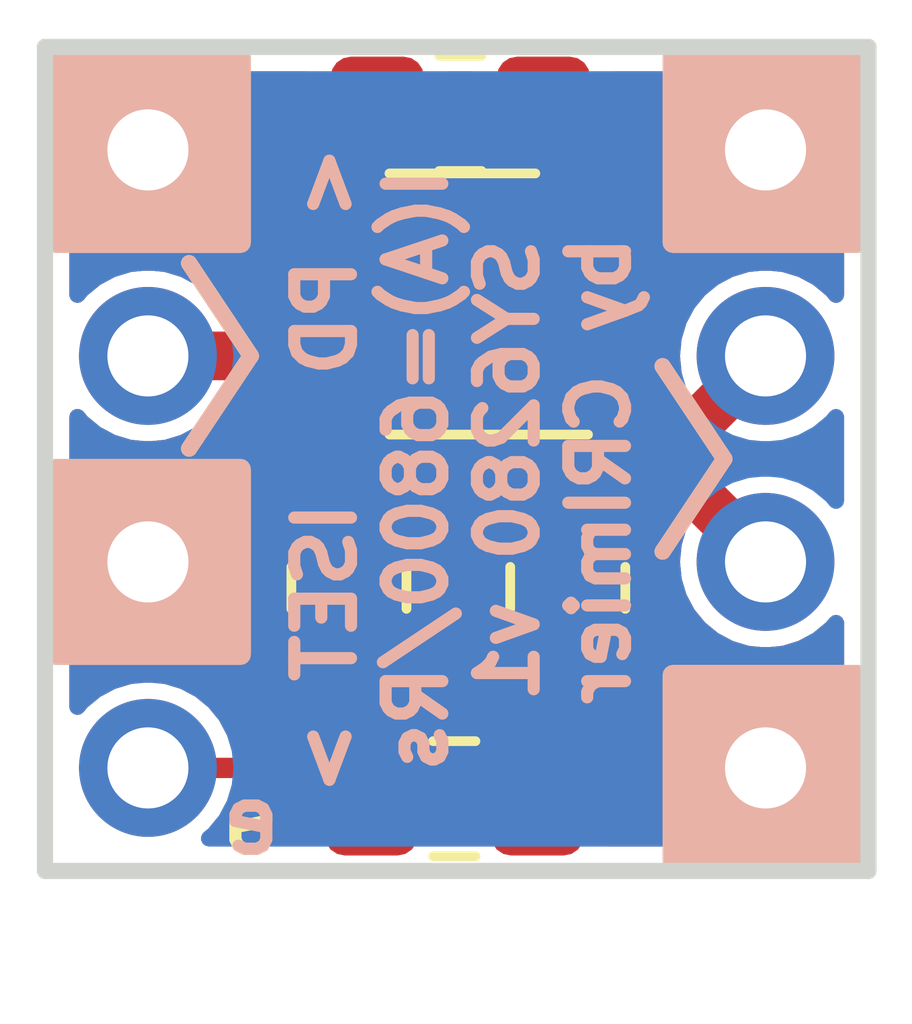
<source format=kicad_pcb>
(kicad_pcb (version 20171130) (host pcbnew "(5.1.2)-1")

  (general
    (thickness 1.6)
    (drawings 15)
    (tracks 26)
    (zones 0)
    (modules 8)
    (nets 6)
  )

  (page A4)
  (layers
    (0 F.Cu signal)
    (31 B.Cu signal)
    (32 B.Adhes user)
    (33 F.Adhes user)
    (34 B.Paste user)
    (35 F.Paste user)
    (36 B.SilkS user)
    (37 F.SilkS user)
    (38 B.Mask user)
    (39 F.Mask user)
    (40 Dwgs.User user)
    (41 Cmts.User user)
    (42 Eco1.User user)
    (43 Eco2.User user)
    (44 Edge.Cuts user)
    (45 Margin user)
    (46 B.CrtYd user)
    (47 F.CrtYd user)
    (48 B.Fab user)
    (49 F.Fab user)
  )

  (setup
    (last_trace_width 0.25)
    (user_trace_width 0.6)
    (trace_clearance 0.2)
    (zone_clearance 0.508)
    (zone_45_only no)
    (trace_min 0.2)
    (via_size 0.8)
    (via_drill 0.4)
    (via_min_size 0.4)
    (via_min_drill 0.3)
    (uvia_size 0.3)
    (uvia_drill 0.1)
    (uvias_allowed no)
    (uvia_min_size 0.2)
    (uvia_min_drill 0.1)
    (edge_width 0.15)
    (segment_width 0.2)
    (pcb_text_width 0.3)
    (pcb_text_size 1.5 1.5)
    (mod_edge_width 0.15)
    (mod_text_size 1 1)
    (mod_text_width 0.15)
    (pad_size 1.524 1.524)
    (pad_drill 0.762)
    (pad_to_mask_clearance 0.051)
    (solder_mask_min_width 0.25)
    (aux_axis_origin 118.11 74.93)
    (visible_elements 7FFFFFFF)
    (pcbplotparams
      (layerselection 0x010f0_ffffffff)
      (usegerberextensions true)
      (usegerberattributes false)
      (usegerberadvancedattributes false)
      (creategerberjobfile false)
      (excludeedgelayer true)
      (linewidth 0.100000)
      (plotframeref false)
      (viasonmask false)
      (mode 1)
      (useauxorigin true)
      (hpglpennumber 1)
      (hpglpenspeed 20)
      (hpglpendiameter 15.000000)
      (psnegative false)
      (psa4output false)
      (plotreference true)
      (plotvalue true)
      (plotinvisibletext false)
      (padsonsilk false)
      (subtractmaskfromsilk true)
      (outputformat 1)
      (mirror false)
      (drillshape 0)
      (scaleselection 1)
      (outputdirectory "gerbers/"))
  )

  (net 0 "")
  (net 1 VDD)
  (net 2 GND)
  (net 3 VCC)
  (net 4 "Net-(ISET1-Pad1)")
  (net 5 EN)

  (net_class Default "This is the default net class."
    (clearance 0.2)
    (trace_width 0.25)
    (via_dia 0.8)
    (via_drill 0.4)
    (uvia_dia 0.3)
    (uvia_drill 0.1)
    (add_net EN)
    (add_net GND)
    (add_net "Net-(ISET1-Pad1)")
    (add_net VCC)
    (add_net VDD)
  )

  (module sy6280_breakout:PinHeader_1x02_P2.54mm_Vertical_NoSilk (layer F.Cu) (tedit 5DCB20BF) (tstamp 5DD76A5C)
    (at 109.22 76.2)
    (descr "Through hole straight pin header, 1x02, 2.54mm pitch, single row")
    (tags "Through hole pin header THT 1x02 2.54mm single row")
    (path /5DCB19DB)
    (fp_text reference J1 (at 0 -2.33) (layer F.SilkS) hide
      (effects (font (size 1 1) (thickness 0.15)))
    )
    (fp_text value IN (at 0 4.87) (layer F.Fab)
      (effects (font (size 1 1) (thickness 0.15)))
    )
    (fp_text user %R (at 0 1.27 90) (layer F.Fab)
      (effects (font (size 1 1) (thickness 0.15)))
    )
    (fp_line (start 1.8 -1.8) (end -1.8 -1.8) (layer F.CrtYd) (width 0.05))
    (fp_line (start 1.8 4.35) (end 1.8 -1.8) (layer F.CrtYd) (width 0.05))
    (fp_line (start -1.8 4.35) (end 1.8 4.35) (layer F.CrtYd) (width 0.05))
    (fp_line (start -1.8 -1.8) (end -1.8 4.35) (layer F.CrtYd) (width 0.05))
    (fp_line (start -1.27 -0.635) (end -0.635 -1.27) (layer F.Fab) (width 0.1))
    (fp_line (start -1.27 3.81) (end -1.27 -0.635) (layer F.Fab) (width 0.1))
    (fp_line (start 1.27 3.81) (end -1.27 3.81) (layer F.Fab) (width 0.1))
    (fp_line (start 1.27 -1.27) (end 1.27 3.81) (layer F.Fab) (width 0.1))
    (fp_line (start -0.635 -1.27) (end 1.27 -1.27) (layer F.Fab) (width 0.1))
    (pad 2 thru_hole oval (at 0 2.54) (size 1.7 1.7) (drill 1) (layers *.Cu *.Mask)
      (net 3 VCC))
    (pad 1 thru_hole rect (at 0 0) (size 1.7 1.7) (drill 1) (layers *.Cu *.Mask)
      (net 2 GND))
    (model ${KISYS3DMOD}/Connector_PinHeader_2.54mm.3dshapes/PinHeader_1x02_P2.54mm_Vertical.wrl
      (at (xyz 0 0 0))
      (scale (xyz 1 1 1))
      (rotate (xyz 0 0 0))
    )
  )

  (module sy6280_breakout:PinHeader_1x02_P2.54mm_Vertical_NoSilk (layer F.Cu) (tedit 5DCB20BF) (tstamp 5DD7612A)
    (at 109.22 81.28)
    (descr "Through hole straight pin header, 1x02, 2.54mm pitch, single row")
    (tags "Through hole pin header THT 1x02 2.54mm single row")
    (path /5DCB2581)
    (fp_text reference J3 (at 0 -2.33) (layer F.SilkS) hide
      (effects (font (size 1 1) (thickness 0.15)))
    )
    (fp_text value EN (at 0 4.87) (layer F.Fab)
      (effects (font (size 1 1) (thickness 0.15)))
    )
    (fp_text user %R (at 0 1.27 90) (layer F.Fab)
      (effects (font (size 1 1) (thickness 0.15)))
    )
    (fp_line (start 1.8 -1.8) (end -1.8 -1.8) (layer F.CrtYd) (width 0.05))
    (fp_line (start 1.8 4.35) (end 1.8 -1.8) (layer F.CrtYd) (width 0.05))
    (fp_line (start -1.8 4.35) (end 1.8 4.35) (layer F.CrtYd) (width 0.05))
    (fp_line (start -1.8 -1.8) (end -1.8 4.35) (layer F.CrtYd) (width 0.05))
    (fp_line (start -1.27 -0.635) (end -0.635 -1.27) (layer F.Fab) (width 0.1))
    (fp_line (start -1.27 3.81) (end -1.27 -0.635) (layer F.Fab) (width 0.1))
    (fp_line (start 1.27 3.81) (end -1.27 3.81) (layer F.Fab) (width 0.1))
    (fp_line (start 1.27 -1.27) (end 1.27 3.81) (layer F.Fab) (width 0.1))
    (fp_line (start -0.635 -1.27) (end 1.27 -1.27) (layer F.Fab) (width 0.1))
    (pad 2 thru_hole oval (at 0 2.54) (size 1.7 1.7) (drill 1) (layers *.Cu *.Mask)
      (net 5 EN))
    (pad 1 thru_hole rect (at 0 0) (size 1.7 1.7) (drill 1) (layers *.Cu *.Mask)
      (net 2 GND))
    (model ${KISYS3DMOD}/Connector_PinHeader_2.54mm.3dshapes/PinHeader_1x02_P2.54mm_Vertical.wrl
      (at (xyz 0 0 0))
      (scale (xyz 1 1 1))
      (rotate (xyz 0 0 0))
    )
  )

  (module sy6280_breakout:PinHeader_1x04_P2.54mm_Vertical_NoSilk (layer F.Cu) (tedit 5DCB203F) (tstamp 5DD7680C)
    (at 116.84 76.2)
    (descr "Through hole straight pin header, 1x04, 2.54mm pitch, single row")
    (tags "Through hole pin header THT 1x04 2.54mm single row")
    (path /5DCB213F)
    (fp_text reference J2 (at 0 -2.33) (layer F.SilkS) hide
      (effects (font (size 1 1) (thickness 0.15)))
    )
    (fp_text value OUT (at 0 9.95) (layer F.Fab)
      (effects (font (size 1 1) (thickness 0.15)))
    )
    (fp_text user %R (at 0 3.81 90) (layer F.Fab)
      (effects (font (size 1 1) (thickness 0.15)))
    )
    (fp_line (start 1.8 -1.8) (end -1.8 -1.8) (layer F.CrtYd) (width 0.05))
    (fp_line (start 1.8 9.4) (end 1.8 -1.8) (layer F.CrtYd) (width 0.05))
    (fp_line (start -1.8 9.4) (end 1.8 9.4) (layer F.CrtYd) (width 0.05))
    (fp_line (start -1.8 -1.8) (end -1.8 9.4) (layer F.CrtYd) (width 0.05))
    (fp_line (start -1.27 -0.635) (end -0.635 -1.27) (layer F.Fab) (width 0.1))
    (fp_line (start -1.27 8.89) (end -1.27 -0.635) (layer F.Fab) (width 0.1))
    (fp_line (start 1.27 8.89) (end -1.27 8.89) (layer F.Fab) (width 0.1))
    (fp_line (start 1.27 -1.27) (end 1.27 8.89) (layer F.Fab) (width 0.1))
    (fp_line (start -0.635 -1.27) (end 1.27 -1.27) (layer F.Fab) (width 0.1))
    (pad 4 thru_hole oval (at 0 7.62) (size 1.7 1.7) (drill 1) (layers *.Cu *.Mask)
      (net 2 GND))
    (pad 3 thru_hole oval (at 0 5.08) (size 1.7 1.7) (drill 1) (layers *.Cu *.Mask)
      (net 1 VDD))
    (pad 2 thru_hole oval (at 0 2.54) (size 1.7 1.7) (drill 1) (layers *.Cu *.Mask)
      (net 1 VDD))
    (pad 1 thru_hole rect (at 0 0) (size 1.7 1.7) (drill 1) (layers *.Cu *.Mask)
      (net 2 GND))
    (model ${KISYS3DMOD}/Connector_PinHeader_2.54mm.3dshapes/PinHeader_1x04_P2.54mm_Vertical.wrl
      (at (xyz 0 0 0))
      (scale (xyz 1 1 1))
      (rotate (xyz 0 0 0))
    )
  )

  (module Capacitor_SMD:C_0805_2012Metric (layer F.Cu) (tedit 5DCB1C3B) (tstamp 5DD760C6)
    (at 114.4 81.6 270)
    (descr "Capacitor SMD 0805 (2012 Metric), square (rectangular) end terminal, IPC_7351 nominal, (Body size source: https://docs.google.com/spreadsheets/d/1BsfQQcO9C6DZCsRaXUlFlo91Tg2WpOkGARC1WS5S8t0/edit?usp=sharing), generated with kicad-footprint-generator")
    (tags capacitor)
    (path /5DCB203A)
    (attr smd)
    (fp_text reference C1 (at 0 -1.65 270) (layer F.SilkS) hide
      (effects (font (size 1 1) (thickness 0.15)))
    )
    (fp_text value 100nF (at 0 1.65 270) (layer F.Fab)
      (effects (font (size 1 1) (thickness 0.15)))
    )
    (fp_line (start -1 0.6) (end -1 -0.6) (layer F.Fab) (width 0.1))
    (fp_line (start -1 -0.6) (end 1 -0.6) (layer F.Fab) (width 0.1))
    (fp_line (start 1 -0.6) (end 1 0.6) (layer F.Fab) (width 0.1))
    (fp_line (start 1 0.6) (end -1 0.6) (layer F.Fab) (width 0.1))
    (fp_line (start -0.258578 -0.71) (end 0.258578 -0.71) (layer F.SilkS) (width 0.12))
    (fp_line (start -0.258578 0.71) (end 0.258578 0.71) (layer F.SilkS) (width 0.12))
    (fp_line (start -1.68 0.95) (end -1.68 -0.95) (layer F.CrtYd) (width 0.05))
    (fp_line (start -1.68 -0.95) (end 1.68 -0.95) (layer F.CrtYd) (width 0.05))
    (fp_line (start 1.68 -0.95) (end 1.68 0.95) (layer F.CrtYd) (width 0.05))
    (fp_line (start 1.68 0.95) (end -1.68 0.95) (layer F.CrtYd) (width 0.05))
    (fp_text user %R (at 0 0 270) (layer F.Fab)
      (effects (font (size 0.5 0.5) (thickness 0.08)))
    )
    (pad 1 smd roundrect (at -0.9375 0 270) (size 0.975 1.4) (layers F.Cu F.Paste F.Mask) (roundrect_rratio 0.25)
      (net 1 VDD))
    (pad 2 smd roundrect (at 0.9375 0 270) (size 0.975 1.4) (layers F.Cu F.Paste F.Mask) (roundrect_rratio 0.25)
      (net 2 GND))
    (model ${KISYS3DMOD}/Capacitor_SMD.3dshapes/C_0805_2012Metric.wrl
      (at (xyz 0 0 0))
      (scale (xyz 1 1 1))
      (rotate (xyz 0 0 0))
    )
  )

  (module Capacitor_SMD:C_0805_2012Metric (layer F.Cu) (tedit 5DCB1C4A) (tstamp 5DD76D2C)
    (at 111.7 81.6 270)
    (descr "Capacitor SMD 0805 (2012 Metric), square (rectangular) end terminal, IPC_7351 nominal, (Body size source: https://docs.google.com/spreadsheets/d/1BsfQQcO9C6DZCsRaXUlFlo91Tg2WpOkGARC1WS5S8t0/edit?usp=sharing), generated with kicad-footprint-generator")
    (tags capacitor)
    (path /5DCB20D9)
    (attr smd)
    (fp_text reference C2 (at 0 -1.65 270) (layer F.SilkS) hide
      (effects (font (size 1 1) (thickness 0.15)))
    )
    (fp_text value 100nF (at 0 1.65 270) (layer F.Fab)
      (effects (font (size 1 1) (thickness 0.15)))
    )
    (fp_text user %R (at 0 0 270) (layer F.Fab)
      (effects (font (size 0.5 0.5) (thickness 0.08)))
    )
    (fp_line (start 1.68 0.95) (end -1.68 0.95) (layer F.CrtYd) (width 0.05))
    (fp_line (start 1.68 -0.95) (end 1.68 0.95) (layer F.CrtYd) (width 0.05))
    (fp_line (start -1.68 -0.95) (end 1.68 -0.95) (layer F.CrtYd) (width 0.05))
    (fp_line (start -1.68 0.95) (end -1.68 -0.95) (layer F.CrtYd) (width 0.05))
    (fp_line (start -0.258578 0.71) (end 0.258578 0.71) (layer F.SilkS) (width 0.12))
    (fp_line (start -0.258578 -0.71) (end 0.258578 -0.71) (layer F.SilkS) (width 0.12))
    (fp_line (start 1 0.6) (end -1 0.6) (layer F.Fab) (width 0.1))
    (fp_line (start 1 -0.6) (end 1 0.6) (layer F.Fab) (width 0.1))
    (fp_line (start -1 -0.6) (end 1 -0.6) (layer F.Fab) (width 0.1))
    (fp_line (start -1 0.6) (end -1 -0.6) (layer F.Fab) (width 0.1))
    (pad 2 smd roundrect (at 0.9375 0 270) (size 0.975 1.4) (layers F.Cu F.Paste F.Mask) (roundrect_rratio 0.25)
      (net 2 GND))
    (pad 1 smd roundrect (at -0.9375 0 270) (size 0.975 1.4) (layers F.Cu F.Paste F.Mask) (roundrect_rratio 0.25)
      (net 3 VCC))
    (model ${KISYS3DMOD}/Capacitor_SMD.3dshapes/C_0805_2012Metric.wrl
      (at (xyz 0 0 0))
      (scale (xyz 1 1 1))
      (rotate (xyz 0 0 0))
    )
  )

  (module Resistor_SMD:R_0805_2012Metric_Pad1.15x1.40mm_HandSolder (layer F.Cu) (tedit 5DCB1F60) (tstamp 5DD760E8)
    (at 113.075 75.75)
    (descr "Resistor SMD 0805 (2012 Metric), square (rectangular) end terminal, IPC_7351 nominal with elongated pad for handsoldering. (Body size source: https://docs.google.com/spreadsheets/d/1BsfQQcO9C6DZCsRaXUlFlo91Tg2WpOkGARC1WS5S8t0/edit?usp=sharing), generated with kicad-footprint-generator")
    (tags "resistor handsolder")
    (path /5DCB190A)
    (attr smd)
    (fp_text reference ISET1 (at 0 -1.65) (layer F.SilkS) hide
      (effects (font (size 1 1) (thickness 0.15)))
    )
    (fp_text value x (at 0 1.65) (layer F.Fab)
      (effects (font (size 1 1) (thickness 0.15)))
    )
    (fp_line (start -1 0.6) (end -1 -0.6) (layer F.Fab) (width 0.1))
    (fp_line (start -1 -0.6) (end 1 -0.6) (layer F.Fab) (width 0.1))
    (fp_line (start 1 -0.6) (end 1 0.6) (layer F.Fab) (width 0.1))
    (fp_line (start 1 0.6) (end -1 0.6) (layer F.Fab) (width 0.1))
    (fp_line (start -0.261252 -0.71) (end 0.261252 -0.71) (layer F.SilkS) (width 0.12))
    (fp_line (start -0.261252 0.71) (end 0.261252 0.71) (layer F.SilkS) (width 0.12))
    (fp_line (start -1.85 0.95) (end -1.85 -0.95) (layer F.CrtYd) (width 0.05))
    (fp_line (start -1.85 -0.95) (end 1.85 -0.95) (layer F.CrtYd) (width 0.05))
    (fp_line (start 1.85 -0.95) (end 1.85 0.95) (layer F.CrtYd) (width 0.05))
    (fp_line (start 1.85 0.95) (end -1.85 0.95) (layer F.CrtYd) (width 0.05))
    (fp_text user %R (at 0 0) (layer F.Fab)
      (effects (font (size 0.5 0.5) (thickness 0.08)))
    )
    (pad 1 smd roundrect (at -1.025 0) (size 1.15 1.4) (layers F.Cu F.Paste F.Mask) (roundrect_rratio 0.217391)
      (net 4 "Net-(ISET1-Pad1)"))
    (pad 2 smd roundrect (at 1.025 0) (size 1.15 1.4) (layers F.Cu F.Paste F.Mask) (roundrect_rratio 0.217391)
      (net 2 GND))
    (model ${KISYS3DMOD}/Resistor_SMD.3dshapes/R_0805_2012Metric.wrl
      (at (xyz 0 0 0))
      (scale (xyz 1 1 1))
      (rotate (xyz 0 0 0))
    )
  )

  (module Resistor_SMD:R_0805_2012Metric_Pad1.15x1.40mm_HandSolder (layer F.Cu) (tedit 5DCB1F49) (tstamp 5DD7613B)
    (at 113 84.2)
    (descr "Resistor SMD 0805 (2012 Metric), square (rectangular) end terminal, IPC_7351 nominal with elongated pad for handsoldering. (Body size source: https://docs.google.com/spreadsheets/d/1BsfQQcO9C6DZCsRaXUlFlo91Tg2WpOkGARC1WS5S8t0/edit?usp=sharing), generated with kicad-footprint-generator")
    (tags "resistor handsolder")
    (path /5DCB1C0C)
    (attr smd)
    (fp_text reference PD1 (at 0 -1.65) (layer F.SilkS) hide
      (effects (font (size 1 1) (thickness 0.15)))
    )
    (fp_text value 10K (at 0 1.65) (layer F.Fab)
      (effects (font (size 1 1) (thickness 0.15)))
    )
    (fp_text user %R (at 0 0) (layer F.Fab)
      (effects (font (size 0.5 0.5) (thickness 0.08)))
    )
    (fp_line (start 1.85 0.95) (end -1.85 0.95) (layer F.CrtYd) (width 0.05))
    (fp_line (start 1.85 -0.95) (end 1.85 0.95) (layer F.CrtYd) (width 0.05))
    (fp_line (start -1.85 -0.95) (end 1.85 -0.95) (layer F.CrtYd) (width 0.05))
    (fp_line (start -1.85 0.95) (end -1.85 -0.95) (layer F.CrtYd) (width 0.05))
    (fp_line (start -0.261252 0.71) (end 0.261252 0.71) (layer F.SilkS) (width 0.12))
    (fp_line (start -0.261252 -0.71) (end 0.261252 -0.71) (layer F.SilkS) (width 0.12))
    (fp_line (start 1 0.6) (end -1 0.6) (layer F.Fab) (width 0.1))
    (fp_line (start 1 -0.6) (end 1 0.6) (layer F.Fab) (width 0.1))
    (fp_line (start -1 -0.6) (end 1 -0.6) (layer F.Fab) (width 0.1))
    (fp_line (start -1 0.6) (end -1 -0.6) (layer F.Fab) (width 0.1))
    (pad 2 smd roundrect (at 1.025 0) (size 1.15 1.4) (layers F.Cu F.Paste F.Mask) (roundrect_rratio 0.217391)
      (net 2 GND))
    (pad 1 smd roundrect (at -1.025 0) (size 1.15 1.4) (layers F.Cu F.Paste F.Mask) (roundrect_rratio 0.217391)
      (net 5 EN))
    (model ${KISYS3DMOD}/Resistor_SMD.3dshapes/R_0805_2012Metric.wrl
      (at (xyz 0 0 0))
      (scale (xyz 1 1 1))
      (rotate (xyz 0 0 0))
    )
  )

  (module Package_TO_SOT_SMD:SOT-23-5 (layer F.Cu) (tedit 5DCB1D73) (tstamp 5DD76161)
    (at 113.1 78.1 180)
    (descr "5-pin SOT23 package")
    (tags SOT-23-5)
    (path /5DCB1865)
    (attr smd)
    (fp_text reference U1 (at 0 -2.9 180) (layer F.SilkS) hide
      (effects (font (size 1 1) (thickness 0.15)))
    )
    (fp_text value SY6280 (at 0 2.9 180) (layer F.Fab)
      (effects (font (size 1 1) (thickness 0.15)))
    )
    (fp_text user %R (at 0 0 270) (layer F.Fab)
      (effects (font (size 0.5 0.5) (thickness 0.075)))
    )
    (fp_line (start -0.9 1.61) (end 0.9 1.61) (layer F.SilkS) (width 0.12))
    (fp_line (start 0.9 -1.61) (end -1.55 -1.61) (layer F.SilkS) (width 0.12))
    (fp_line (start -1.9 -1.8) (end 1.9 -1.8) (layer F.CrtYd) (width 0.05))
    (fp_line (start 1.9 -1.8) (end 1.9 1.8) (layer F.CrtYd) (width 0.05))
    (fp_line (start 1.9 1.8) (end -1.9 1.8) (layer F.CrtYd) (width 0.05))
    (fp_line (start -1.9 1.8) (end -1.9 -1.8) (layer F.CrtYd) (width 0.05))
    (fp_line (start -0.9 -0.9) (end -0.25 -1.55) (layer F.Fab) (width 0.1))
    (fp_line (start 0.9 -1.55) (end -0.25 -1.55) (layer F.Fab) (width 0.1))
    (fp_line (start -0.9 -0.9) (end -0.9 1.55) (layer F.Fab) (width 0.1))
    (fp_line (start 0.9 1.55) (end -0.9 1.55) (layer F.Fab) (width 0.1))
    (fp_line (start 0.9 -1.55) (end 0.9 1.55) (layer F.Fab) (width 0.1))
    (pad 1 smd rect (at -1.1 -0.95 180) (size 1.06 0.65) (layers F.Cu F.Paste F.Mask)
      (net 1 VDD))
    (pad 2 smd rect (at -1.1 0 180) (size 1.06 0.65) (layers F.Cu F.Paste F.Mask)
      (net 2 GND))
    (pad 3 smd rect (at -1.1 0.95 180) (size 1.06 0.65) (layers F.Cu F.Paste F.Mask)
      (net 4 "Net-(ISET1-Pad1)"))
    (pad 4 smd rect (at 1.1 0.95 180) (size 1.06 0.65) (layers F.Cu F.Paste F.Mask)
      (net 5 EN))
    (pad 5 smd rect (at 1.1 -0.95 180) (size 1.06 0.65) (layers F.Cu F.Paste F.Mask)
      (net 3 VCC))
    (model ${KISYS3DMOD}/Package_TO_SOT_SMD.3dshapes/SOT-23-5.wrl
      (at (xyz 0 0 0))
      (scale (xyz 1 1 1))
      (rotate (xyz 0 0 0))
    )
  )

  (gr_text e (at 110.49 84.455) (layer F.SilkS) (tstamp 5DD77C03)
    (effects (font (size 0.8 0.8) (thickness 0.15)))
  )
  (gr_text e (at 110.49 84.455) (layer B.SilkS)
    (effects (font (size 0.8 0.8) (thickness 0.15)) (justify mirror))
  )
  (gr_line (start 116.332 80.01) (end 115.57 78.867) (layer B.SilkS) (width 0.2))
  (gr_line (start 116.332 80.01) (end 115.57 81.153) (layer F.SilkS) (width 0.2))
  (gr_line (start 115.57 78.867) (end 116.332 80.01) (layer F.SilkS) (width 0.2) (tstamp 5DD77AF6))
  (gr_line (start 115.57 81.153) (end 116.332 80.01) (layer B.SilkS) (width 0.2) (tstamp 5DD77A69))
  (gr_line (start 109.728 79.883) (end 110.49 78.74) (layer B.SilkS) (width 0.2) (tstamp 5DD77A32))
  (gr_line (start 110.49 78.74) (end 109.728 77.597) (layer B.SilkS) (width 0.2) (tstamp 5DD779FB))
  (gr_line (start 110.49 78.74) (end 109.728 79.883) (layer F.SilkS) (width 0.2))
  (gr_line (start 109.728 77.597) (end 110.49 78.74) (layer F.SilkS) (width 0.2))
  (gr_line (start 107.95 85.09) (end 107.95 74.93) (layer Edge.Cuts) (width 0.2))
  (gr_line (start 118.11 85.09) (end 107.95 85.09) (layer Edge.Cuts) (width 0.2))
  (gr_line (start 118.11 74.93) (end 118.11 85.09) (layer Edge.Cuts) (width 0.2))
  (gr_line (start 107.95 74.93) (end 118.11 74.93) (layer Edge.Cuts) (width 0.2))
  (gr_text "< PD   ISET >\nI(A)=6800/Rs\nSY6280 v1\nby CRImier" (at 113.1 80.15 90) (layer B.SilkS)
    (effects (font (size 0.7 0.7) (thickness 0.15)) (justify mirror))
  )

  (segment (start 114.2 80.4625) (end 114.4 80.6625) (width 0.6) (layer F.Cu) (net 1))
  (segment (start 114.4 80.6625) (end 115.0525 80.01) (width 0.6) (layer F.Cu) (net 1))
  (segment (start 115.57 80.01) (end 116.84 78.74) (width 0.6) (layer F.Cu) (net 1))
  (segment (start 115.0525 80.01) (end 115.57 80.01) (width 0.6) (layer F.Cu) (net 1))
  (segment (start 115.57 80.01) (end 116.84 81.28) (width 0.6) (layer F.Cu) (net 1))
  (segment (start 115.0525 80.01) (end 114.2 80.01) (width 0.6) (layer F.Cu) (net 1))
  (segment (start 114.2 79.05) (end 114.2 80.01) (width 0.6) (layer F.Cu) (net 1))
  (segment (start 114.2 80.01) (end 114.2 80.4625) (width 0.6) (layer F.Cu) (net 1))
  (segment (start 112 79.05) (end 112 78.98) (width 0.6) (layer F.Cu) (net 3))
  (segment (start 111.76 78.74) (end 109.22 78.74) (width 0.6) (layer F.Cu) (net 3))
  (segment (start 112 78.98) (end 111.76 78.74) (width 0.6) (layer F.Cu) (net 3))
  (segment (start 111.7 79.28) (end 112 78.98) (width 0.6) (layer F.Cu) (net 3))
  (segment (start 111.7 80.6625) (end 111.7 79.28) (width 0.6) (layer F.Cu) (net 3))
  (segment (start 113.42 77.15) (end 114.2 77.15) (width 0.25) (layer F.Cu) (net 4))
  (segment (start 112.92 76.62) (end 112.92 76.65) (width 0.25) (layer F.Cu) (net 4))
  (segment (start 112.05 75.75) (end 112.92 76.62) (width 0.25) (layer F.Cu) (net 4))
  (segment (start 112.92 76.65) (end 113.42 77.15) (width 0.25) (layer F.Cu) (net 4))
  (segment (start 112.205 77.15) (end 112 77.15) (width 0.25) (layer F.Cu) (net 5))
  (segment (start 112.65 84.2) (end 113.05 83.8) (width 0.25) (layer F.Cu) (net 5))
  (segment (start 111.975 84.2) (end 112.65 84.2) (width 0.25) (layer F.Cu) (net 5))
  (segment (start 112.755 77.7) (end 112.755 77.705) (width 0.25) (layer F.Cu) (net 5))
  (segment (start 112.755 77.705) (end 113.05 78) (width 0.25) (layer F.Cu) (net 5))
  (segment (start 113.05 83.8) (end 113.05 78) (width 0.25) (layer F.Cu) (net 5))
  (segment (start 112.755 77.7) (end 112.205 77.15) (width 0.25) (layer F.Cu) (net 5))
  (segment (start 111.595 83.82) (end 111.975 84.2) (width 0.25) (layer F.Cu) (net 5))
  (segment (start 109.22 83.82) (end 111.595 83.82) (width 0.25) (layer F.Cu) (net 5))

  (zone (net 0) (net_name "") (layer F.SilkS) (tstamp 0) (hatch edge 0.508)
    (connect_pads (clearance 0.508))
    (min_thickness 0.254)
    (fill yes (arc_segments 16) (thermal_gap 0.508) (thermal_bridge_width 0.508))
    (polygon
      (pts
        (xy 118.11 85.09) (xy 118.11 82.55) (xy 115.57 82.55) (xy 115.57 85.09)
      )
    )
    (filled_polygon
      (pts
        (xy 117.983 84.963) (xy 115.697 84.963) (xy 115.697 82.677) (xy 117.983 82.677)
      )
    )
  )
  (zone (net 0) (net_name "") (layer F.SilkS) (tstamp 0) (hatch edge 0.508)
    (connect_pads (clearance 0.508))
    (min_thickness 0.254)
    (fill yes (arc_segments 16) (thermal_gap 0.508) (thermal_bridge_width 0.508))
    (polygon
      (pts
        (xy 107.95 80.01) (xy 110.49 80.01) (xy 110.49 82.55) (xy 107.95 82.55)
      )
    )
    (filled_polygon
      (pts
        (xy 110.363 82.423) (xy 108.077 82.423) (xy 108.077 80.137) (xy 110.363 80.137)
      )
    )
  )
  (zone (net 0) (net_name "") (layer F.SilkS) (tstamp 5DD77606) (hatch edge 0.508)
    (connect_pads (clearance 0.508))
    (min_thickness 0.254)
    (fill yes (arc_segments 16) (thermal_gap 0.508) (thermal_bridge_width 0.508))
    (polygon
      (pts
        (xy 110.49 77.47) (xy 110.49 74.93) (xy 107.95 74.93) (xy 107.95 77.47)
      )
    )
    (filled_polygon
      (pts
        (xy 110.363 77.343) (xy 108.077 77.343) (xy 108.077 75.057) (xy 110.363 75.057)
      )
    )
  )
  (zone (net 0) (net_name "") (layer F.SilkS) (tstamp 5DD77608) (hatch edge 0.508)
    (connect_pads (clearance 0.508))
    (min_thickness 0.254)
    (fill yes (arc_segments 16) (thermal_gap 0.508) (thermal_bridge_width 0.508))
    (polygon
      (pts
        (xy 118.11 77.47) (xy 118.11 74.93) (xy 115.57 74.93) (xy 115.57 77.47)
      )
    )
    (filled_polygon
      (pts
        (xy 117.983 77.343) (xy 115.697 77.343) (xy 115.697 75.057) (xy 117.983 75.057)
      )
    )
  )
  (zone (net 0) (net_name "") (layer B.SilkS) (tstamp 5DD7760A) (hatch edge 0.508)
    (connect_pads (clearance 0.508))
    (min_thickness 0.254)
    (fill yes (arc_segments 16) (thermal_gap 0.508) (thermal_bridge_width 0.508))
    (polygon
      (pts
        (xy 115.57 74.93) (xy 118.11 74.93) (xy 118.11 77.47) (xy 115.57 77.47)
      )
    )
    (filled_polygon
      (pts
        (xy 117.983 77.343) (xy 115.697 77.343) (xy 115.697 75.057) (xy 117.983 75.057)
      )
    )
  )
  (zone (net 0) (net_name "") (layer B.SilkS) (tstamp 5DD77748) (hatch edge 0.508)
    (connect_pads (clearance 0.508))
    (min_thickness 0.254)
    (fill yes (arc_segments 16) (thermal_gap 0.508) (thermal_bridge_width 0.508))
    (polygon
      (pts
        (xy 115.57 85.09) (xy 115.57 82.55) (xy 118.11 82.55) (xy 118.11 85.09)
      )
    )
    (filled_polygon
      (pts
        (xy 117.983 84.963) (xy 115.697 84.963) (xy 115.697 82.677) (xy 117.983 82.677)
      )
    )
  )
  (zone (net 0) (net_name "") (layer B.SilkS) (tstamp 5DD7778F) (hatch edge 0.508)
    (connect_pads (clearance 0.508))
    (min_thickness 0.254)
    (fill yes (arc_segments 16) (thermal_gap 0.508) (thermal_bridge_width 0.508))
    (polygon
      (pts
        (xy 107.95 80.01) (xy 107.95 82.55) (xy 110.49 82.55) (xy 110.49 80.01)
      )
    )
    (filled_polygon
      (pts
        (xy 110.363 82.423) (xy 108.077 82.423) (xy 108.077 80.137) (xy 110.363 80.137)
      )
    )
  )
  (zone (net 0) (net_name "") (layer B.SilkS) (tstamp 5DD77826) (hatch edge 0.508)
    (connect_pads (clearance 0.508))
    (min_thickness 0.254)
    (fill yes (arc_segments 16) (thermal_gap 0.508) (thermal_bridge_width 0.508))
    (polygon
      (pts
        (xy 110.49 77.47) (xy 107.95 77.47) (xy 107.95 74.93) (xy 110.49 74.93)
      )
    )
    (filled_polygon
      (pts
        (xy 110.363 77.343) (xy 108.077 77.343) (xy 108.077 75.057) (xy 110.363 75.057)
      )
    )
  )
  (zone (net 2) (net_name GND) (layer B.Cu) (tstamp 0) (hatch edge 0.508)
    (connect_pads (clearance 0.2))
    (min_thickness 0.2)
    (fill yes (arc_segments 16) (thermal_gap 0.2) (thermal_bridge_width 0.24))
    (polygon
      (pts
        (xy 107.95 74.93) (xy 118.11 74.93) (xy 118.11 85.09) (xy 107.95 85.09)
      )
    )
    (filled_polygon
      (pts
        (xy 115.688548 75.35) (xy 115.69 76.105) (xy 115.765 76.18) (xy 116.82 76.18) (xy 116.82 76.16)
        (xy 116.86 76.16) (xy 116.86 76.18) (xy 116.88 76.18) (xy 116.88 76.22) (xy 116.86 76.22)
        (xy 116.86 77.275) (xy 116.935 77.35) (xy 117.69 77.351452) (xy 117.71 77.349482) (xy 117.71 77.987344)
        (xy 117.657107 77.922893) (xy 117.481997 77.779184) (xy 117.282215 77.672398) (xy 117.065439 77.60664) (xy 116.896492 77.59)
        (xy 116.783508 77.59) (xy 116.614561 77.60664) (xy 116.397785 77.672398) (xy 116.198003 77.779184) (xy 116.022893 77.922893)
        (xy 115.879184 78.098003) (xy 115.772398 78.297785) (xy 115.70664 78.514561) (xy 115.684436 78.74) (xy 115.70664 78.965439)
        (xy 115.772398 79.182215) (xy 115.879184 79.381997) (xy 116.022893 79.557107) (xy 116.198003 79.700816) (xy 116.397785 79.807602)
        (xy 116.614561 79.87336) (xy 116.783508 79.89) (xy 116.896492 79.89) (xy 117.065439 79.87336) (xy 117.282215 79.807602)
        (xy 117.481997 79.700816) (xy 117.657107 79.557107) (xy 117.71 79.492656) (xy 117.710001 80.527344) (xy 117.657107 80.462893)
        (xy 117.481997 80.319184) (xy 117.282215 80.212398) (xy 117.065439 80.14664) (xy 116.896492 80.13) (xy 116.783508 80.13)
        (xy 116.614561 80.14664) (xy 116.397785 80.212398) (xy 116.198003 80.319184) (xy 116.022893 80.462893) (xy 115.879184 80.638003)
        (xy 115.772398 80.837785) (xy 115.70664 81.054561) (xy 115.684436 81.28) (xy 115.70664 81.505439) (xy 115.772398 81.722215)
        (xy 115.879184 81.921997) (xy 116.022893 82.097107) (xy 116.198003 82.240816) (xy 116.397785 82.347602) (xy 116.614561 82.41336)
        (xy 116.783508 82.43) (xy 116.896492 82.43) (xy 117.065439 82.41336) (xy 117.282215 82.347602) (xy 117.481997 82.240816)
        (xy 117.657107 82.097107) (xy 117.710001 82.032656) (xy 117.710001 83.07643) (xy 117.635189 82.989233) (xy 117.457835 82.850062)
        (xy 117.256738 82.748165) (xy 117.039626 82.687458) (xy 116.86 82.745173) (xy 116.86 83.8) (xy 116.88 83.8)
        (xy 116.88 83.84) (xy 116.86 83.84) (xy 116.86 83.86) (xy 116.82 83.86) (xy 116.82 83.84)
        (xy 115.765186 83.84) (xy 115.707459 84.019626) (xy 115.717276 84.068974) (xy 115.787421 84.283223) (xy 115.898016 84.47967)
        (xy 116.044811 84.650767) (xy 116.094808 84.69) (xy 109.972657 84.69) (xy 110.037107 84.637107) (xy 110.180816 84.461997)
        (xy 110.287602 84.262215) (xy 110.35336 84.045439) (xy 110.375564 83.82) (xy 110.355903 83.620374) (xy 115.707459 83.620374)
        (xy 115.765186 83.8) (xy 116.82 83.8) (xy 116.82 82.745173) (xy 116.640374 82.687458) (xy 116.423262 82.748165)
        (xy 116.222165 82.850062) (xy 116.044811 82.989233) (xy 115.898016 83.16033) (xy 115.787421 83.356777) (xy 115.717276 83.571026)
        (xy 115.707459 83.620374) (xy 110.355903 83.620374) (xy 110.35336 83.594561) (xy 110.287602 83.377785) (xy 110.180816 83.178003)
        (xy 110.037107 83.002893) (xy 109.861997 82.859184) (xy 109.662215 82.752398) (xy 109.445439 82.68664) (xy 109.276492 82.67)
        (xy 109.163508 82.67) (xy 108.994561 82.68664) (xy 108.777785 82.752398) (xy 108.578003 82.859184) (xy 108.402893 83.002893)
        (xy 108.35 83.067343) (xy 108.35 82.429482) (xy 108.37 82.431452) (xy 109.125 82.43) (xy 109.2 82.355)
        (xy 109.2 81.3) (xy 109.24 81.3) (xy 109.24 82.355) (xy 109.315 82.43) (xy 110.07 82.431452)
        (xy 110.12881 82.42566) (xy 110.185361 82.408505) (xy 110.237478 82.380648) (xy 110.283159 82.343159) (xy 110.320648 82.297478)
        (xy 110.348505 82.245361) (xy 110.36566 82.18881) (xy 110.371452 82.13) (xy 110.37 81.375) (xy 110.295 81.3)
        (xy 109.24 81.3) (xy 109.2 81.3) (xy 109.18 81.3) (xy 109.18 81.26) (xy 109.2 81.26)
        (xy 109.2 80.205) (xy 109.24 80.205) (xy 109.24 81.26) (xy 110.295 81.26) (xy 110.37 81.185)
        (xy 110.371452 80.43) (xy 110.36566 80.37119) (xy 110.348505 80.314639) (xy 110.320648 80.262522) (xy 110.283159 80.216841)
        (xy 110.237478 80.179352) (xy 110.185361 80.151495) (xy 110.12881 80.13434) (xy 110.07 80.128548) (xy 109.315 80.13)
        (xy 109.24 80.205) (xy 109.2 80.205) (xy 109.125 80.13) (xy 108.37 80.128548) (xy 108.35 80.130518)
        (xy 108.35 79.492657) (xy 108.402893 79.557107) (xy 108.578003 79.700816) (xy 108.777785 79.807602) (xy 108.994561 79.87336)
        (xy 109.163508 79.89) (xy 109.276492 79.89) (xy 109.445439 79.87336) (xy 109.662215 79.807602) (xy 109.861997 79.700816)
        (xy 110.037107 79.557107) (xy 110.180816 79.381997) (xy 110.287602 79.182215) (xy 110.35336 78.965439) (xy 110.375564 78.74)
        (xy 110.35336 78.514561) (xy 110.287602 78.297785) (xy 110.180816 78.098003) (xy 110.037107 77.922893) (xy 109.861997 77.779184)
        (xy 109.662215 77.672398) (xy 109.445439 77.60664) (xy 109.276492 77.59) (xy 109.163508 77.59) (xy 108.994561 77.60664)
        (xy 108.777785 77.672398) (xy 108.578003 77.779184) (xy 108.402893 77.922893) (xy 108.35 77.987343) (xy 108.35 77.349482)
        (xy 108.37 77.351452) (xy 109.125 77.35) (xy 109.2 77.275) (xy 109.2 76.22) (xy 109.24 76.22)
        (xy 109.24 77.275) (xy 109.315 77.35) (xy 110.07 77.351452) (xy 110.12881 77.34566) (xy 110.185361 77.328505)
        (xy 110.237478 77.300648) (xy 110.283159 77.263159) (xy 110.320648 77.217478) (xy 110.348505 77.165361) (xy 110.36566 77.10881)
        (xy 110.371452 77.05) (xy 115.688548 77.05) (xy 115.69434 77.10881) (xy 115.711495 77.165361) (xy 115.739352 77.217478)
        (xy 115.776841 77.263159) (xy 115.822522 77.300648) (xy 115.874639 77.328505) (xy 115.93119 77.34566) (xy 115.99 77.351452)
        (xy 116.745 77.35) (xy 116.82 77.275) (xy 116.82 76.22) (xy 115.765 76.22) (xy 115.69 76.295)
        (xy 115.688548 77.05) (xy 110.371452 77.05) (xy 110.37 76.295) (xy 110.295 76.22) (xy 109.24 76.22)
        (xy 109.2 76.22) (xy 109.18 76.22) (xy 109.18 76.18) (xy 109.2 76.18) (xy 109.2 76.16)
        (xy 109.24 76.16) (xy 109.24 76.18) (xy 110.295 76.18) (xy 110.37 76.105) (xy 110.371452 75.35)
        (xy 110.369482 75.33) (xy 115.690518 75.33)
      )
    )
  )
  (zone (net 2) (net_name GND) (layer F.Cu) (tstamp 5DD77C4F) (hatch edge 0.508)
    (connect_pads (clearance 0.2))
    (min_thickness 0.2)
    (fill yes (arc_segments 16) (thermal_gap 0.2) (thermal_bridge_width 0.24))
    (polygon
      (pts
        (xy 118.11 74.93) (xy 107.95 74.93) (xy 107.95 85.09) (xy 118.11 85.09)
      )
    )
    (filled_polygon
      (pts
        (xy 115.720463 81.008991) (xy 115.70664 81.054561) (xy 115.684436 81.28) (xy 115.70664 81.505439) (xy 115.772398 81.722215)
        (xy 115.879184 81.921997) (xy 116.022893 82.097107) (xy 116.198003 82.240816) (xy 116.397785 82.347602) (xy 116.614561 82.41336)
        (xy 116.783508 82.43) (xy 116.896492 82.43) (xy 117.065439 82.41336) (xy 117.282215 82.347602) (xy 117.481997 82.240816)
        (xy 117.657107 82.097107) (xy 117.710001 82.032656) (xy 117.710001 83.07643) (xy 117.635189 82.989233) (xy 117.457835 82.850062)
        (xy 117.256738 82.748165) (xy 117.039626 82.687458) (xy 116.86 82.745173) (xy 116.86 83.8) (xy 116.88 83.8)
        (xy 116.88 83.84) (xy 116.86 83.84) (xy 116.86 83.86) (xy 116.82 83.86) (xy 116.82 83.84)
        (xy 115.765186 83.84) (xy 115.707459 84.019626) (xy 115.717276 84.068974) (xy 115.787421 84.283223) (xy 115.898016 84.47967)
        (xy 116.044811 84.650767) (xy 116.094808 84.69) (xy 114.900948 84.69) (xy 114.9 84.295) (xy 114.825 84.22)
        (xy 114.045 84.22) (xy 114.045 84.24) (xy 114.005 84.24) (xy 114.005 84.22) (xy 113.985 84.22)
        (xy 113.985 84.18) (xy 114.005 84.18) (xy 114.005 84.16) (xy 114.045 84.16) (xy 114.045 84.18)
        (xy 114.825 84.18) (xy 114.9 84.105) (xy 114.901163 83.620374) (xy 115.707459 83.620374) (xy 115.765186 83.8)
        (xy 116.82 83.8) (xy 116.82 82.745173) (xy 116.640374 82.687458) (xy 116.423262 82.748165) (xy 116.222165 82.850062)
        (xy 116.044811 82.989233) (xy 115.898016 83.16033) (xy 115.787421 83.356777) (xy 115.717276 83.571026) (xy 115.707459 83.620374)
        (xy 114.901163 83.620374) (xy 114.901452 83.5) (xy 114.89566 83.44119) (xy 114.878505 83.384639) (xy 114.850648 83.332522)
        (xy 114.845165 83.32584) (xy 115.1 83.326452) (xy 115.15881 83.32066) (xy 115.215361 83.303505) (xy 115.267478 83.275648)
        (xy 115.313159 83.238159) (xy 115.350648 83.192478) (xy 115.378505 83.140361) (xy 115.39566 83.08381) (xy 115.401452 83.025)
        (xy 115.4 82.6325) (xy 115.325 82.5575) (xy 114.42 82.5575) (xy 114.42 82.5775) (xy 114.38 82.5775)
        (xy 114.38 82.5575) (xy 114.36 82.5575) (xy 114.36 82.5175) (xy 114.38 82.5175) (xy 114.38 81.825)
        (xy 114.42 81.825) (xy 114.42 82.5175) (xy 115.325 82.5175) (xy 115.4 82.4425) (xy 115.401452 82.05)
        (xy 115.39566 81.99119) (xy 115.378505 81.934639) (xy 115.350648 81.882522) (xy 115.313159 81.836841) (xy 115.267478 81.799352)
        (xy 115.215361 81.771495) (xy 115.15881 81.75434) (xy 115.1 81.748548) (xy 114.495 81.75) (xy 114.42 81.825)
        (xy 114.38 81.825) (xy 114.305 81.75) (xy 113.7 81.748548) (xy 113.64119 81.75434) (xy 113.584639 81.771495)
        (xy 113.532522 81.799352) (xy 113.486841 81.836841) (xy 113.475 81.851269) (xy 113.475 81.180276) (xy 113.490432 81.209147)
        (xy 113.558235 81.291765) (xy 113.640853 81.359568) (xy 113.735111 81.40995) (xy 113.837387 81.440975) (xy 113.94375 81.451451)
        (xy 114.85625 81.451451) (xy 114.962613 81.440975) (xy 115.064889 81.40995) (xy 115.159147 81.359568) (xy 115.241765 81.291765)
        (xy 115.309568 81.209147) (xy 115.35995 81.114889) (xy 115.390975 81.012613) (xy 115.401451 80.90625) (xy 115.401451 80.689978)
      )
    )
    (filled_polygon
      (pts
        (xy 111.100001 79.895366) (xy 111.035111 79.91505) (xy 110.940853 79.965432) (xy 110.858235 80.033235) (xy 110.790432 80.115853)
        (xy 110.74005 80.210111) (xy 110.709025 80.312387) (xy 110.698549 80.41875) (xy 110.698549 80.90625) (xy 110.709025 81.012613)
        (xy 110.74005 81.114889) (xy 110.790432 81.209147) (xy 110.858235 81.291765) (xy 110.940853 81.359568) (xy 111.035111 81.40995)
        (xy 111.137387 81.440975) (xy 111.24375 81.451451) (xy 112.15625 81.451451) (xy 112.262613 81.440975) (xy 112.364889 81.40995)
        (xy 112.459147 81.359568) (xy 112.541765 81.291765) (xy 112.609568 81.209147) (xy 112.625 81.180275) (xy 112.625 81.85127)
        (xy 112.613159 81.836841) (xy 112.567478 81.799352) (xy 112.515361 81.771495) (xy 112.45881 81.75434) (xy 112.4 81.748548)
        (xy 111.795 81.75) (xy 111.72 81.825) (xy 111.72 82.5175) (xy 111.74 82.5175) (xy 111.74 82.5575)
        (xy 111.72 82.5575) (xy 111.72 82.5775) (xy 111.68 82.5775) (xy 111.68 82.5575) (xy 110.775 82.5575)
        (xy 110.7 82.6325) (xy 110.698548 83.025) (xy 110.70434 83.08381) (xy 110.721495 83.140361) (xy 110.749352 83.192478)
        (xy 110.786841 83.238159) (xy 110.832522 83.275648) (xy 110.884639 83.303505) (xy 110.94119 83.32066) (xy 111 83.326452)
        (xy 111.301905 83.325727) (xy 111.260065 83.360065) (xy 111.231395 83.395) (xy 110.292824 83.395) (xy 110.287602 83.377785)
        (xy 110.180816 83.178003) (xy 110.037107 83.002893) (xy 109.861997 82.859184) (xy 109.662215 82.752398) (xy 109.445439 82.68664)
        (xy 109.276492 82.67) (xy 109.163508 82.67) (xy 108.994561 82.68664) (xy 108.777785 82.752398) (xy 108.578003 82.859184)
        (xy 108.402893 83.002893) (xy 108.35 83.067343) (xy 108.35 82.429482) (xy 108.37 82.431452) (xy 109.125 82.43)
        (xy 109.2 82.355) (xy 109.2 81.3) (xy 109.24 81.3) (xy 109.24 82.355) (xy 109.315 82.43)
        (xy 110.07 82.431452) (xy 110.12881 82.42566) (xy 110.185361 82.408505) (xy 110.237478 82.380648) (xy 110.283159 82.343159)
        (xy 110.320648 82.297478) (xy 110.348505 82.245361) (xy 110.36566 82.18881) (xy 110.371452 82.13) (xy 110.371299 82.05)
        (xy 110.698548 82.05) (xy 110.7 82.4425) (xy 110.775 82.5175) (xy 111.68 82.5175) (xy 111.68 81.825)
        (xy 111.605 81.75) (xy 111 81.748548) (xy 110.94119 81.75434) (xy 110.884639 81.771495) (xy 110.832522 81.799352)
        (xy 110.786841 81.836841) (xy 110.749352 81.882522) (xy 110.721495 81.934639) (xy 110.70434 81.99119) (xy 110.698548 82.05)
        (xy 110.371299 82.05) (xy 110.37 81.375) (xy 110.295 81.3) (xy 109.24 81.3) (xy 109.2 81.3)
        (xy 109.18 81.3) (xy 109.18 81.26) (xy 109.2 81.26) (xy 109.2 80.205) (xy 109.24 80.205)
        (xy 109.24 81.26) (xy 110.295 81.26) (xy 110.37 81.185) (xy 110.371452 80.43) (xy 110.36566 80.37119)
        (xy 110.348505 80.314639) (xy 110.320648 80.262522) (xy 110.283159 80.216841) (xy 110.237478 80.179352) (xy 110.185361 80.151495)
        (xy 110.12881 80.13434) (xy 110.07 80.128548) (xy 109.315 80.13) (xy 109.24 80.205) (xy 109.2 80.205)
        (xy 109.125 80.13) (xy 108.37 80.128548) (xy 108.35 80.130518) (xy 108.35 79.492657) (xy 108.402893 79.557107)
        (xy 108.578003 79.700816) (xy 108.777785 79.807602) (xy 108.994561 79.87336) (xy 109.163508 79.89) (xy 109.276492 79.89)
        (xy 109.445439 79.87336) (xy 109.662215 79.807602) (xy 109.861997 79.700816) (xy 110.037107 79.557107) (xy 110.180816 79.381997)
        (xy 110.203264 79.34) (xy 111.100001 79.34)
      )
    )
    (filled_polygon
      (pts
        (xy 113.225 75.655) (xy 113.3 75.73) (xy 114.08 75.73) (xy 114.08 75.71) (xy 114.12 75.71)
        (xy 114.12 75.73) (xy 114.9 75.73) (xy 114.975 75.655) (xy 114.97578 75.33) (xy 115.690518 75.33)
        (xy 115.688548 75.35) (xy 115.69 76.105) (xy 115.765 76.18) (xy 116.82 76.18) (xy 116.82 76.16)
        (xy 116.86 76.16) (xy 116.86 76.18) (xy 116.88 76.18) (xy 116.88 76.22) (xy 116.86 76.22)
        (xy 116.86 77.275) (xy 116.935 77.35) (xy 117.69 77.351452) (xy 117.71 77.349482) (xy 117.71 77.987344)
        (xy 117.657107 77.922893) (xy 117.481997 77.779184) (xy 117.282215 77.672398) (xy 117.065439 77.60664) (xy 116.896492 77.59)
        (xy 116.783508 77.59) (xy 116.614561 77.60664) (xy 116.397785 77.672398) (xy 116.198003 77.779184) (xy 116.022893 77.922893)
        (xy 115.879184 78.098003) (xy 115.772398 78.297785) (xy 115.70664 78.514561) (xy 115.684436 78.74) (xy 115.70664 78.965439)
        (xy 115.720463 79.011009) (xy 115.321473 79.41) (xy 115.081973 79.41) (xy 115.052499 79.407097) (xy 115.028053 79.409505)
        (xy 115.031451 79.375) (xy 115.031451 78.725) (xy 115.025659 78.66619) (xy 115.008504 78.60964) (xy 114.989989 78.575001)
        (xy 115.008505 78.540361) (xy 115.02566 78.48381) (xy 115.031452 78.425) (xy 115.03 78.195) (xy 114.955 78.12)
        (xy 114.22 78.12) (xy 114.22 78.14) (xy 114.18 78.14) (xy 114.18 78.12) (xy 114.16 78.12)
        (xy 114.16 78.08) (xy 114.18 78.08) (xy 114.18 78.06) (xy 114.22 78.06) (xy 114.22 78.08)
        (xy 114.955 78.08) (xy 115.03 78.005) (xy 115.031452 77.775) (xy 115.02566 77.71619) (xy 115.008505 77.659639)
        (xy 114.989989 77.624999) (xy 115.008504 77.59036) (xy 115.025659 77.53381) (xy 115.031451 77.475) (xy 115.031451 77.05)
        (xy 115.688548 77.05) (xy 115.69434 77.10881) (xy 115.711495 77.165361) (xy 115.739352 77.217478) (xy 115.776841 77.263159)
        (xy 115.822522 77.300648) (xy 115.874639 77.328505) (xy 115.93119 77.34566) (xy 115.99 77.351452) (xy 116.745 77.35)
        (xy 116.82 77.275) (xy 116.82 76.22) (xy 115.765 76.22) (xy 115.69 76.295) (xy 115.688548 77.05)
        (xy 115.031451 77.05) (xy 115.031451 76.825) (xy 115.025659 76.76619) (xy 115.008504 76.70964) (xy 114.980647 76.657523)
        (xy 114.943158 76.611842) (xy 114.933081 76.603572) (xy 114.953505 76.565361) (xy 114.97066 76.50881) (xy 114.976452 76.45)
        (xy 114.975 75.845) (xy 114.9 75.77) (xy 114.12 75.77) (xy 114.12 75.79) (xy 114.08 75.79)
        (xy 114.08 75.77) (xy 113.3 75.77) (xy 113.225 75.845) (xy 113.223859 76.320323) (xy 113.221974 76.318026)
        (xy 113.205763 76.304722) (xy 112.926451 76.02541) (xy 112.926451 75.33) (xy 113.22422 75.33)
      )
    )
    (filled_polygon
      (pts
        (xy 111.173549 76.200001) (xy 111.184145 76.307584) (xy 111.215526 76.411032) (xy 111.266485 76.50637) (xy 111.316254 76.567014)
        (xy 111.302523 76.574353) (xy 111.256842 76.611842) (xy 111.219353 76.657523) (xy 111.191496 76.70964) (xy 111.174341 76.76619)
        (xy 111.168549 76.825) (xy 111.168549 77.475) (xy 111.174341 77.53381) (xy 111.191496 77.59036) (xy 111.219353 77.642477)
        (xy 111.256842 77.688158) (xy 111.302523 77.725647) (xy 111.35464 77.753504) (xy 111.41119 77.770659) (xy 111.47 77.776451)
        (xy 112.23041 77.776451) (xy 112.416836 77.962877) (xy 112.453026 78.006974) (xy 112.469242 78.020282) (xy 112.625001 78.176042)
        (xy 112.625001 78.44032) (xy 112.58881 78.429341) (xy 112.53 78.423549) (xy 112.292076 78.423549) (xy 112.205113 78.336586)
        (xy 112.186317 78.313683) (xy 112.094955 78.238704) (xy 111.990721 78.18299) (xy 111.877621 78.148682) (xy 111.789474 78.14)
        (xy 111.76 78.137097) (xy 111.730526 78.14) (xy 110.203264 78.14) (xy 110.180816 78.098003) (xy 110.037107 77.922893)
        (xy 109.861997 77.779184) (xy 109.662215 77.672398) (xy 109.445439 77.60664) (xy 109.276492 77.59) (xy 109.163508 77.59)
        (xy 108.994561 77.60664) (xy 108.777785 77.672398) (xy 108.578003 77.779184) (xy 108.402893 77.922893) (xy 108.35 77.987343)
        (xy 108.35 77.349482) (xy 108.37 77.351452) (xy 109.125 77.35) (xy 109.2 77.275) (xy 109.2 76.22)
        (xy 109.24 76.22) (xy 109.24 77.275) (xy 109.315 77.35) (xy 110.07 77.351452) (xy 110.12881 77.34566)
        (xy 110.185361 77.328505) (xy 110.237478 77.300648) (xy 110.283159 77.263159) (xy 110.320648 77.217478) (xy 110.348505 77.165361)
        (xy 110.36566 77.10881) (xy 110.371452 77.05) (xy 110.37 76.295) (xy 110.295 76.22) (xy 109.24 76.22)
        (xy 109.2 76.22) (xy 109.18 76.22) (xy 109.18 76.18) (xy 109.2 76.18) (xy 109.2 76.16)
        (xy 109.24 76.16) (xy 109.24 76.18) (xy 110.295 76.18) (xy 110.37 76.105) (xy 110.371452 75.35)
        (xy 110.369482 75.33) (xy 111.173549 75.33)
      )
    )
  )
)

</source>
